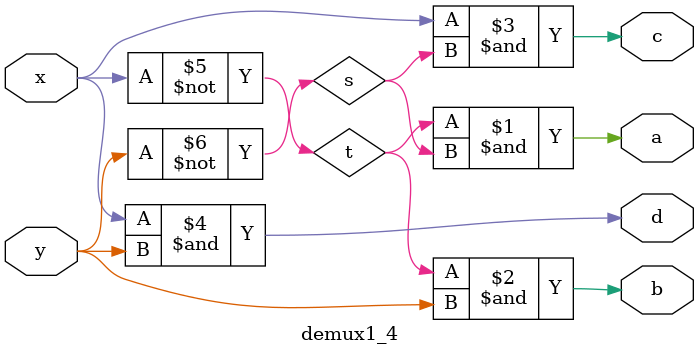
<source format=sv>
module demux1_4(a,b,c,d,x,y);
  input x,y;
  output a,b,c,d;
  wire s,t;
  not n1(t,x);
  not n2(s,y);
  and a1(a,t,s);
  and a2(b,t,y);
  and a1(c,x,s);
  and a2(d,x,y);
endmodule 

</source>
